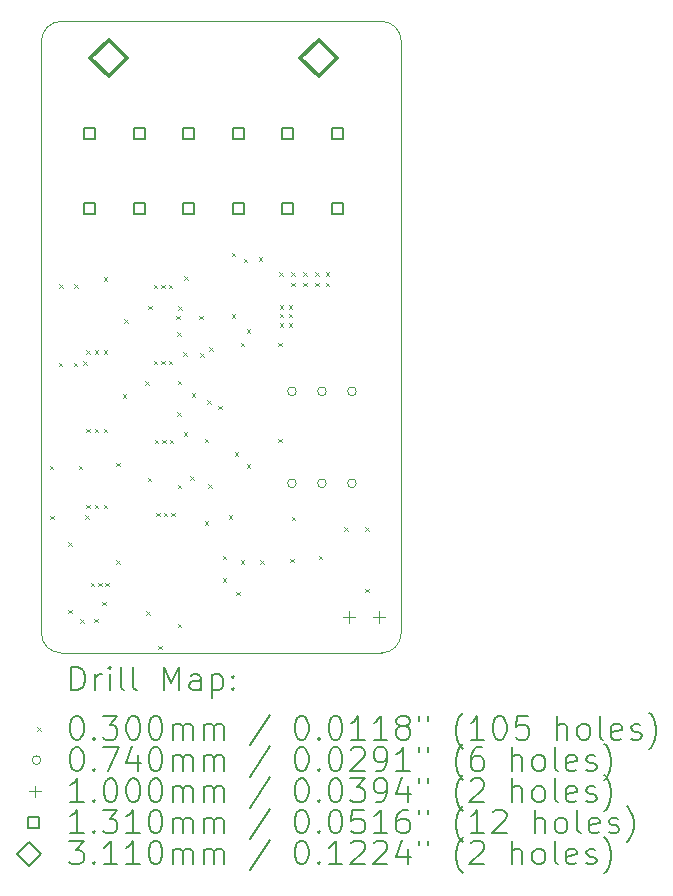
<source format=gbr>
%TF.GenerationSoftware,KiCad,Pcbnew,(6.0.8)*%
%TF.CreationDate,2023-11-13T19:04:32+01:00*%
%TF.ProjectId,BSPD-07,42535044-2d30-4372-9e6b-696361645f70,rev?*%
%TF.SameCoordinates,Original*%
%TF.FileFunction,Drillmap*%
%TF.FilePolarity,Positive*%
%FSLAX45Y45*%
G04 Gerber Fmt 4.5, Leading zero omitted, Abs format (unit mm)*
G04 Created by KiCad (PCBNEW (6.0.8)) date 2023-11-13 19:04:32*
%MOMM*%
%LPD*%
G01*
G04 APERTURE LIST*
%ADD10C,0.100000*%
%ADD11C,0.200000*%
%ADD12C,0.030000*%
%ADD13C,0.074000*%
%ADD14C,0.131000*%
%ADD15C,0.311000*%
G04 APERTURE END LIST*
D10*
X15102743Y-8238492D02*
G75*
G03*
X14935200Y-8403590I-3J-167558D01*
G01*
X17980380Y-8403590D02*
G75*
G03*
X17815280Y-8238490I-165100J0D01*
G01*
X17815280Y-8238490D02*
X15102743Y-8238490D01*
X17815280Y-13585190D02*
G75*
G03*
X17980380Y-13420090I0J165100D01*
G01*
X14935202Y-13420090D02*
G75*
G03*
X15102743Y-13585190I165118J0D01*
G01*
X15102743Y-13585190D02*
X17815280Y-13585190D01*
X14935200Y-8403590D02*
X14935200Y-13420090D01*
X17980380Y-8403590D02*
X17980380Y-13420090D01*
D11*
D12*
X15006560Y-11999200D02*
X15036560Y-12029200D01*
X15036560Y-11999200D02*
X15006560Y-12029200D01*
X15009100Y-12425920D02*
X15039100Y-12455920D01*
X15039100Y-12425920D02*
X15009100Y-12455920D01*
X15082760Y-11130520D02*
X15112760Y-11160520D01*
X15112760Y-11130520D02*
X15082760Y-11160520D01*
X15085300Y-10465040D02*
X15115300Y-10495040D01*
X15115300Y-10465040D02*
X15085300Y-10495040D01*
X15161500Y-12646900D02*
X15191500Y-12676900D01*
X15191500Y-12646900D02*
X15161500Y-12676900D01*
X15161500Y-13218400D02*
X15191500Y-13248400D01*
X15191500Y-13218400D02*
X15161500Y-13248400D01*
X15209760Y-11130520D02*
X15239760Y-11160520D01*
X15239760Y-11130520D02*
X15209760Y-11160520D01*
X15214840Y-10465040D02*
X15244840Y-10495040D01*
X15244840Y-10465040D02*
X15214840Y-10495040D01*
X15250400Y-11999200D02*
X15280400Y-12029200D01*
X15280400Y-11999200D02*
X15250400Y-12029200D01*
X15265640Y-13299680D02*
X15295640Y-13329680D01*
X15295640Y-13299680D02*
X15265640Y-13329680D01*
X15288145Y-11114775D02*
X15318145Y-11144775D01*
X15318145Y-11114775D02*
X15288145Y-11144775D01*
X15306280Y-12420840D02*
X15336280Y-12450840D01*
X15336280Y-12420840D02*
X15306280Y-12450840D01*
X15313620Y-11023840D02*
X15343620Y-11053840D01*
X15343620Y-11023840D02*
X15313620Y-11053840D01*
X15315760Y-11686580D02*
X15345760Y-11716580D01*
X15345760Y-11686580D02*
X15315760Y-11716580D01*
X15315760Y-12329400D02*
X15345760Y-12359400D01*
X15345760Y-12329400D02*
X15315760Y-12359400D01*
X15352000Y-12989800D02*
X15382000Y-13019800D01*
X15382000Y-12989800D02*
X15352000Y-13019800D01*
X15382938Y-13296795D02*
X15412938Y-13326795D01*
X15412938Y-13296795D02*
X15382938Y-13326795D01*
X15386880Y-11686580D02*
X15416880Y-11716580D01*
X15416880Y-11686580D02*
X15386880Y-11716580D01*
X15386880Y-12329400D02*
X15416880Y-12359400D01*
X15416880Y-12329400D02*
X15386880Y-12359400D01*
X15387280Y-11023840D02*
X15417280Y-11053840D01*
X15417280Y-11023840D02*
X15387280Y-11053840D01*
X15415500Y-12989800D02*
X15445500Y-13019800D01*
X15445500Y-12989800D02*
X15415500Y-13019800D01*
X15448520Y-13152360D02*
X15478520Y-13182360D01*
X15478520Y-13152360D02*
X15448520Y-13182360D01*
X15463080Y-11686580D02*
X15493080Y-11716580D01*
X15493080Y-11686580D02*
X15463080Y-11716580D01*
X15463080Y-12329400D02*
X15493080Y-12359400D01*
X15493080Y-12329400D02*
X15463080Y-12359400D01*
X15463480Y-11023840D02*
X15493480Y-11053840D01*
X15493480Y-11023840D02*
X15463480Y-11053840D01*
X15463760Y-10404080D02*
X15493760Y-10434080D01*
X15493760Y-10404080D02*
X15463760Y-10434080D01*
X15476460Y-12989800D02*
X15506460Y-13019800D01*
X15506460Y-12989800D02*
X15476460Y-13019800D01*
X15567900Y-11973800D02*
X15597900Y-12003800D01*
X15597900Y-11973800D02*
X15567900Y-12003800D01*
X15567900Y-12799300D02*
X15597900Y-12829300D01*
X15597900Y-12799300D02*
X15567900Y-12829300D01*
X15623790Y-11395437D02*
X15653790Y-11425437D01*
X15653790Y-11395437D02*
X15623790Y-11425437D01*
X15637750Y-10760950D02*
X15667750Y-10790950D01*
X15667750Y-10760950D02*
X15637750Y-10790950D01*
X15811740Y-11285460D02*
X15841740Y-11315460D01*
X15841740Y-11285460D02*
X15811740Y-11315460D01*
X15821900Y-13231100D02*
X15851900Y-13261100D01*
X15851900Y-13231100D02*
X15821900Y-13261100D01*
X15834600Y-12100800D02*
X15864600Y-12130800D01*
X15864600Y-12100800D02*
X15834600Y-12130800D01*
X15839680Y-10645380D02*
X15869680Y-10675380D01*
X15869680Y-10645380D02*
X15839680Y-10675380D01*
X15885000Y-11112540D02*
X15915000Y-11142540D01*
X15915000Y-11112540D02*
X15885000Y-11142540D01*
X15885400Y-10467580D02*
X15915400Y-10497580D01*
X15915400Y-10467580D02*
X15885400Y-10497580D01*
X15895774Y-11781823D02*
X15925774Y-11811823D01*
X15925774Y-11781823D02*
X15895774Y-11811823D01*
X15907980Y-12398800D02*
X15937980Y-12428800D01*
X15937980Y-12398800D02*
X15907980Y-12428800D01*
X15926040Y-13523200D02*
X15956040Y-13553200D01*
X15956040Y-13523200D02*
X15926040Y-13553200D01*
X15948500Y-11112540D02*
X15978500Y-11142540D01*
X15978500Y-11112540D02*
X15948500Y-11142540D01*
X15948900Y-10467580D02*
X15978900Y-10497580D01*
X15978900Y-10467580D02*
X15948900Y-10497580D01*
X15959274Y-11781823D02*
X15989274Y-11811823D01*
X15989274Y-11781823D02*
X15959274Y-11811823D01*
X15971480Y-12398800D02*
X16001480Y-12428800D01*
X16001480Y-12398800D02*
X15971480Y-12428800D01*
X16012000Y-11112540D02*
X16042000Y-11142540D01*
X16042000Y-11112540D02*
X16012000Y-11142540D01*
X16012400Y-10467580D02*
X16042400Y-10497580D01*
X16042400Y-10467580D02*
X16012400Y-10497580D01*
X16022774Y-11781823D02*
X16052774Y-11811823D01*
X16052774Y-11781823D02*
X16022774Y-11811823D01*
X16034980Y-12398800D02*
X16064980Y-12428800D01*
X16064980Y-12398800D02*
X16034980Y-12428800D01*
X16075900Y-10732390D02*
X16105900Y-10762390D01*
X16105900Y-10732390D02*
X16075900Y-10762390D01*
X16082721Y-10870831D02*
X16112721Y-10900831D01*
X16112721Y-10870831D02*
X16082721Y-10900831D01*
X16086060Y-11547080D02*
X16116060Y-11577080D01*
X16116060Y-11547080D02*
X16086060Y-11577080D01*
X16088600Y-12161760D02*
X16118600Y-12191760D01*
X16118600Y-12161760D02*
X16088600Y-12191760D01*
X16088600Y-13340320D02*
X16118600Y-13370320D01*
X16118600Y-13340320D02*
X16088600Y-13370320D01*
X16090526Y-11279117D02*
X16120526Y-11309117D01*
X16120526Y-11279117D02*
X16090526Y-11309117D01*
X16093030Y-10650460D02*
X16123030Y-10680460D01*
X16123030Y-10650460D02*
X16093030Y-10680460D01*
X16136180Y-11038880D02*
X16166180Y-11068880D01*
X16166180Y-11038880D02*
X16136180Y-11068880D01*
X16139400Y-11717260D02*
X16169400Y-11747260D01*
X16169400Y-11717260D02*
X16139400Y-11747260D01*
X16144200Y-10396460D02*
X16174200Y-10426460D01*
X16174200Y-10396460D02*
X16144200Y-10426460D01*
X16196476Y-12087524D02*
X16226476Y-12117524D01*
X16226476Y-12087524D02*
X16196476Y-12117524D01*
X16207980Y-11386848D02*
X16237980Y-11416848D01*
X16237980Y-11386848D02*
X16207980Y-11416848D01*
X16271480Y-10729200D02*
X16301480Y-10759200D01*
X16301480Y-10729200D02*
X16271480Y-10759200D01*
X16279100Y-11046700D02*
X16309100Y-11076700D01*
X16309100Y-11046700D02*
X16279100Y-11076700D01*
X16317200Y-11770600D02*
X16347200Y-11800600D01*
X16347200Y-11770600D02*
X16317200Y-11800600D01*
X16317200Y-12469100D02*
X16347200Y-12499100D01*
X16347200Y-12469100D02*
X16317200Y-12499100D01*
X16337520Y-11448020D02*
X16367520Y-11478020D01*
X16367520Y-11448020D02*
X16337520Y-11478020D01*
X16347680Y-12156680D02*
X16377680Y-12186680D01*
X16377680Y-12156680D02*
X16347680Y-12186680D01*
X16355300Y-10995900D02*
X16385300Y-11025900D01*
X16385300Y-10995900D02*
X16355300Y-11025900D01*
X16431500Y-11491200D02*
X16461500Y-11521200D01*
X16461500Y-11491200D02*
X16431500Y-11521200D01*
X16469600Y-12761200D02*
X16499600Y-12791200D01*
X16499600Y-12761200D02*
X16469600Y-12791200D01*
X16469600Y-12951700D02*
X16499600Y-12981700D01*
X16499600Y-12951700D02*
X16469600Y-12981700D01*
X16519550Y-12418300D02*
X16549550Y-12448300D01*
X16549550Y-12418300D02*
X16519550Y-12448300D01*
X16545800Y-10195800D02*
X16575800Y-10225800D01*
X16575800Y-10195800D02*
X16545800Y-10225800D01*
X16547450Y-10716500D02*
X16577450Y-10746500D01*
X16577450Y-10716500D02*
X16547450Y-10746500D01*
X16571200Y-11884900D02*
X16601200Y-11914900D01*
X16601200Y-11884900D02*
X16571200Y-11914900D01*
X16583900Y-13066000D02*
X16613900Y-13096000D01*
X16613900Y-13066000D02*
X16583900Y-13096000D01*
X16622000Y-10958650D02*
X16652000Y-10988650D01*
X16652000Y-10958650D02*
X16622000Y-10988650D01*
X16622000Y-12799300D02*
X16652000Y-12829300D01*
X16652000Y-12799300D02*
X16622000Y-12829300D01*
X16647400Y-10246600D02*
X16677400Y-10276600D01*
X16677400Y-10246600D02*
X16647400Y-10276600D01*
X16672800Y-10843500D02*
X16702800Y-10873500D01*
X16702800Y-10843500D02*
X16672800Y-10873500D01*
X16673650Y-11986500D02*
X16703650Y-12016500D01*
X16703650Y-11986500D02*
X16673650Y-12016500D01*
X16774400Y-10233900D02*
X16804400Y-10263900D01*
X16804400Y-10233900D02*
X16774400Y-10263900D01*
X16787100Y-12799300D02*
X16817100Y-12829300D01*
X16817100Y-12799300D02*
X16787100Y-12829300D01*
X16939500Y-10957800D02*
X16969500Y-10987800D01*
X16969500Y-10957800D02*
X16939500Y-10987800D01*
X16939500Y-11770600D02*
X16969500Y-11800600D01*
X16969500Y-11770600D02*
X16939500Y-11800600D01*
X16949380Y-10363440D02*
X16979380Y-10393440D01*
X16979380Y-10363440D02*
X16949380Y-10393440D01*
X16952200Y-10640300D02*
X16982200Y-10670300D01*
X16982200Y-10640300D02*
X16952200Y-10670300D01*
X16952200Y-10713960D02*
X16982200Y-10743960D01*
X16982200Y-10713960D02*
X16952200Y-10743960D01*
X16952200Y-10792700D02*
X16982200Y-10822700D01*
X16982200Y-10792700D02*
X16952200Y-10822700D01*
X17028400Y-10640300D02*
X17058400Y-10670300D01*
X17058400Y-10640300D02*
X17028400Y-10670300D01*
X17028400Y-10713960D02*
X17058400Y-10743960D01*
X17058400Y-10713960D02*
X17028400Y-10743960D01*
X17028400Y-10792700D02*
X17058400Y-10822700D01*
X17058400Y-10792700D02*
X17028400Y-10822700D01*
X17041100Y-12786600D02*
X17071100Y-12816600D01*
X17071100Y-12786600D02*
X17041100Y-12816600D01*
X17050980Y-10363440D02*
X17080980Y-10393440D01*
X17080980Y-10363440D02*
X17050980Y-10393440D01*
X17050980Y-10452340D02*
X17080980Y-10482340D01*
X17080980Y-10452340D02*
X17050980Y-10482340D01*
X17053800Y-12431000D02*
X17083800Y-12461000D01*
X17083800Y-12431000D02*
X17053800Y-12461000D01*
X17152580Y-10363440D02*
X17182580Y-10393440D01*
X17182580Y-10363440D02*
X17152580Y-10393440D01*
X17152580Y-10452340D02*
X17182580Y-10482340D01*
X17182580Y-10452340D02*
X17152580Y-10482340D01*
X17254180Y-10363440D02*
X17284180Y-10393440D01*
X17284180Y-10363440D02*
X17254180Y-10393440D01*
X17254180Y-10452340D02*
X17284180Y-10482340D01*
X17284180Y-10452340D02*
X17254180Y-10482340D01*
X17282400Y-12761200D02*
X17312400Y-12791200D01*
X17312400Y-12761200D02*
X17282400Y-12791200D01*
X17343080Y-10363440D02*
X17373080Y-10393440D01*
X17373080Y-10363440D02*
X17343080Y-10393440D01*
X17343080Y-10452340D02*
X17373080Y-10482340D01*
X17373080Y-10452340D02*
X17343080Y-10482340D01*
X17498300Y-12519900D02*
X17528300Y-12549900D01*
X17528300Y-12519900D02*
X17498300Y-12549900D01*
X17676100Y-12519900D02*
X17706100Y-12549900D01*
X17706100Y-12519900D02*
X17676100Y-12549900D01*
X17676100Y-13040600D02*
X17706100Y-13070600D01*
X17706100Y-13040600D02*
X17676100Y-13070600D01*
D13*
X17093100Y-11371580D02*
G75*
G03*
X17093100Y-11371580I-37000J0D01*
G01*
X17093100Y-12150050D02*
G75*
G03*
X17093100Y-12150050I-37000J0D01*
G01*
X17347100Y-11371580D02*
G75*
G03*
X17347100Y-11371580I-37000J0D01*
G01*
X17347100Y-12150050D02*
G75*
G03*
X17347100Y-12150050I-37000J0D01*
G01*
X17601100Y-11371580D02*
G75*
G03*
X17601100Y-11371580I-37000J0D01*
G01*
X17601100Y-12150050D02*
G75*
G03*
X17601100Y-12150050I-37000J0D01*
G01*
D10*
X17538200Y-13234200D02*
X17538200Y-13334200D01*
X17488200Y-13284200D02*
X17588200Y-13284200D01*
X17792200Y-13234200D02*
X17792200Y-13334200D01*
X17742200Y-13284200D02*
X17842200Y-13284200D01*
D14*
X15391696Y-9230956D02*
X15391696Y-9138324D01*
X15299064Y-9138324D01*
X15299064Y-9230956D01*
X15391696Y-9230956D01*
X15391696Y-9865956D02*
X15391696Y-9773324D01*
X15299064Y-9773324D01*
X15299064Y-9865956D01*
X15391696Y-9865956D01*
X15810696Y-9230956D02*
X15810696Y-9138324D01*
X15718064Y-9138324D01*
X15718064Y-9230956D01*
X15810696Y-9230956D01*
X15810696Y-9865956D02*
X15810696Y-9773324D01*
X15718064Y-9773324D01*
X15718064Y-9865956D01*
X15810696Y-9865956D01*
X16229696Y-9230956D02*
X16229696Y-9138324D01*
X16137064Y-9138324D01*
X16137064Y-9230956D01*
X16229696Y-9230956D01*
X16229696Y-9865956D02*
X16229696Y-9773324D01*
X16137064Y-9773324D01*
X16137064Y-9865956D01*
X16229696Y-9865956D01*
X16648696Y-9230956D02*
X16648696Y-9138324D01*
X16556064Y-9138324D01*
X16556064Y-9230956D01*
X16648696Y-9230956D01*
X16648696Y-9865956D02*
X16648696Y-9773324D01*
X16556064Y-9773324D01*
X16556064Y-9865956D01*
X16648696Y-9865956D01*
X17067696Y-9230956D02*
X17067696Y-9138324D01*
X16975064Y-9138324D01*
X16975064Y-9230956D01*
X17067696Y-9230956D01*
X17067696Y-9865956D02*
X17067696Y-9773324D01*
X16975064Y-9773324D01*
X16975064Y-9865956D01*
X17067696Y-9865956D01*
X17486696Y-9230956D02*
X17486696Y-9138324D01*
X17394064Y-9138324D01*
X17394064Y-9230956D01*
X17486696Y-9230956D01*
X17486696Y-9865956D02*
X17486696Y-9773324D01*
X17394064Y-9773324D01*
X17394064Y-9865956D01*
X17486696Y-9865956D01*
D15*
X15503380Y-8705140D02*
X15658880Y-8549640D01*
X15503380Y-8394140D01*
X15347880Y-8549640D01*
X15503380Y-8705140D01*
X17281380Y-8705140D02*
X17436880Y-8549640D01*
X17281380Y-8394140D01*
X17125880Y-8549640D01*
X17281380Y-8705140D01*
D11*
X15187819Y-13900684D02*
X15187819Y-13700684D01*
X15235438Y-13700684D01*
X15264009Y-13710208D01*
X15283057Y-13729255D01*
X15292581Y-13748303D01*
X15302105Y-13786398D01*
X15302105Y-13814970D01*
X15292581Y-13853065D01*
X15283057Y-13872112D01*
X15264009Y-13891160D01*
X15235438Y-13900684D01*
X15187819Y-13900684D01*
X15387819Y-13900684D02*
X15387819Y-13767351D01*
X15387819Y-13805446D02*
X15397343Y-13786398D01*
X15406867Y-13776874D01*
X15425914Y-13767351D01*
X15444962Y-13767351D01*
X15511628Y-13900684D02*
X15511628Y-13767351D01*
X15511628Y-13700684D02*
X15502105Y-13710208D01*
X15511628Y-13719732D01*
X15521152Y-13710208D01*
X15511628Y-13700684D01*
X15511628Y-13719732D01*
X15635438Y-13900684D02*
X15616390Y-13891160D01*
X15606867Y-13872112D01*
X15606867Y-13700684D01*
X15740200Y-13900684D02*
X15721152Y-13891160D01*
X15711628Y-13872112D01*
X15711628Y-13700684D01*
X15968771Y-13900684D02*
X15968771Y-13700684D01*
X16035438Y-13843541D01*
X16102105Y-13700684D01*
X16102105Y-13900684D01*
X16283057Y-13900684D02*
X16283057Y-13795922D01*
X16273533Y-13776874D01*
X16254486Y-13767351D01*
X16216390Y-13767351D01*
X16197343Y-13776874D01*
X16283057Y-13891160D02*
X16264009Y-13900684D01*
X16216390Y-13900684D01*
X16197343Y-13891160D01*
X16187819Y-13872112D01*
X16187819Y-13853065D01*
X16197343Y-13834017D01*
X16216390Y-13824493D01*
X16264009Y-13824493D01*
X16283057Y-13814970D01*
X16378295Y-13767351D02*
X16378295Y-13967351D01*
X16378295Y-13776874D02*
X16397343Y-13767351D01*
X16435438Y-13767351D01*
X16454486Y-13776874D01*
X16464009Y-13786398D01*
X16473533Y-13805446D01*
X16473533Y-13862589D01*
X16464009Y-13881636D01*
X16454486Y-13891160D01*
X16435438Y-13900684D01*
X16397343Y-13900684D01*
X16378295Y-13891160D01*
X16559248Y-13881636D02*
X16568771Y-13891160D01*
X16559248Y-13900684D01*
X16549724Y-13891160D01*
X16559248Y-13881636D01*
X16559248Y-13900684D01*
X16559248Y-13776874D02*
X16568771Y-13786398D01*
X16559248Y-13795922D01*
X16549724Y-13786398D01*
X16559248Y-13776874D01*
X16559248Y-13795922D01*
D12*
X14900200Y-14215208D02*
X14930200Y-14245208D01*
X14930200Y-14215208D02*
X14900200Y-14245208D01*
D11*
X15225914Y-14120684D02*
X15244962Y-14120684D01*
X15264009Y-14130208D01*
X15273533Y-14139732D01*
X15283057Y-14158779D01*
X15292581Y-14196874D01*
X15292581Y-14244493D01*
X15283057Y-14282589D01*
X15273533Y-14301636D01*
X15264009Y-14311160D01*
X15244962Y-14320684D01*
X15225914Y-14320684D01*
X15206867Y-14311160D01*
X15197343Y-14301636D01*
X15187819Y-14282589D01*
X15178295Y-14244493D01*
X15178295Y-14196874D01*
X15187819Y-14158779D01*
X15197343Y-14139732D01*
X15206867Y-14130208D01*
X15225914Y-14120684D01*
X15378295Y-14301636D02*
X15387819Y-14311160D01*
X15378295Y-14320684D01*
X15368771Y-14311160D01*
X15378295Y-14301636D01*
X15378295Y-14320684D01*
X15454486Y-14120684D02*
X15578295Y-14120684D01*
X15511628Y-14196874D01*
X15540200Y-14196874D01*
X15559248Y-14206398D01*
X15568771Y-14215922D01*
X15578295Y-14234970D01*
X15578295Y-14282589D01*
X15568771Y-14301636D01*
X15559248Y-14311160D01*
X15540200Y-14320684D01*
X15483057Y-14320684D01*
X15464009Y-14311160D01*
X15454486Y-14301636D01*
X15702105Y-14120684D02*
X15721152Y-14120684D01*
X15740200Y-14130208D01*
X15749724Y-14139732D01*
X15759248Y-14158779D01*
X15768771Y-14196874D01*
X15768771Y-14244493D01*
X15759248Y-14282589D01*
X15749724Y-14301636D01*
X15740200Y-14311160D01*
X15721152Y-14320684D01*
X15702105Y-14320684D01*
X15683057Y-14311160D01*
X15673533Y-14301636D01*
X15664009Y-14282589D01*
X15654486Y-14244493D01*
X15654486Y-14196874D01*
X15664009Y-14158779D01*
X15673533Y-14139732D01*
X15683057Y-14130208D01*
X15702105Y-14120684D01*
X15892581Y-14120684D02*
X15911628Y-14120684D01*
X15930676Y-14130208D01*
X15940200Y-14139732D01*
X15949724Y-14158779D01*
X15959248Y-14196874D01*
X15959248Y-14244493D01*
X15949724Y-14282589D01*
X15940200Y-14301636D01*
X15930676Y-14311160D01*
X15911628Y-14320684D01*
X15892581Y-14320684D01*
X15873533Y-14311160D01*
X15864009Y-14301636D01*
X15854486Y-14282589D01*
X15844962Y-14244493D01*
X15844962Y-14196874D01*
X15854486Y-14158779D01*
X15864009Y-14139732D01*
X15873533Y-14130208D01*
X15892581Y-14120684D01*
X16044962Y-14320684D02*
X16044962Y-14187351D01*
X16044962Y-14206398D02*
X16054486Y-14196874D01*
X16073533Y-14187351D01*
X16102105Y-14187351D01*
X16121152Y-14196874D01*
X16130676Y-14215922D01*
X16130676Y-14320684D01*
X16130676Y-14215922D02*
X16140200Y-14196874D01*
X16159248Y-14187351D01*
X16187819Y-14187351D01*
X16206867Y-14196874D01*
X16216390Y-14215922D01*
X16216390Y-14320684D01*
X16311628Y-14320684D02*
X16311628Y-14187351D01*
X16311628Y-14206398D02*
X16321152Y-14196874D01*
X16340200Y-14187351D01*
X16368771Y-14187351D01*
X16387819Y-14196874D01*
X16397343Y-14215922D01*
X16397343Y-14320684D01*
X16397343Y-14215922D02*
X16406867Y-14196874D01*
X16425914Y-14187351D01*
X16454486Y-14187351D01*
X16473533Y-14196874D01*
X16483057Y-14215922D01*
X16483057Y-14320684D01*
X16873533Y-14111160D02*
X16702105Y-14368303D01*
X17130676Y-14120684D02*
X17149724Y-14120684D01*
X17168771Y-14130208D01*
X17178295Y-14139732D01*
X17187819Y-14158779D01*
X17197343Y-14196874D01*
X17197343Y-14244493D01*
X17187819Y-14282589D01*
X17178295Y-14301636D01*
X17168771Y-14311160D01*
X17149724Y-14320684D01*
X17130676Y-14320684D01*
X17111629Y-14311160D01*
X17102105Y-14301636D01*
X17092581Y-14282589D01*
X17083057Y-14244493D01*
X17083057Y-14196874D01*
X17092581Y-14158779D01*
X17102105Y-14139732D01*
X17111629Y-14130208D01*
X17130676Y-14120684D01*
X17283057Y-14301636D02*
X17292581Y-14311160D01*
X17283057Y-14320684D01*
X17273533Y-14311160D01*
X17283057Y-14301636D01*
X17283057Y-14320684D01*
X17416390Y-14120684D02*
X17435438Y-14120684D01*
X17454486Y-14130208D01*
X17464010Y-14139732D01*
X17473533Y-14158779D01*
X17483057Y-14196874D01*
X17483057Y-14244493D01*
X17473533Y-14282589D01*
X17464010Y-14301636D01*
X17454486Y-14311160D01*
X17435438Y-14320684D01*
X17416390Y-14320684D01*
X17397343Y-14311160D01*
X17387819Y-14301636D01*
X17378295Y-14282589D01*
X17368771Y-14244493D01*
X17368771Y-14196874D01*
X17378295Y-14158779D01*
X17387819Y-14139732D01*
X17397343Y-14130208D01*
X17416390Y-14120684D01*
X17673533Y-14320684D02*
X17559248Y-14320684D01*
X17616390Y-14320684D02*
X17616390Y-14120684D01*
X17597343Y-14149255D01*
X17578295Y-14168303D01*
X17559248Y-14177827D01*
X17864010Y-14320684D02*
X17749724Y-14320684D01*
X17806867Y-14320684D02*
X17806867Y-14120684D01*
X17787819Y-14149255D01*
X17768771Y-14168303D01*
X17749724Y-14177827D01*
X17978295Y-14206398D02*
X17959248Y-14196874D01*
X17949724Y-14187351D01*
X17940200Y-14168303D01*
X17940200Y-14158779D01*
X17949724Y-14139732D01*
X17959248Y-14130208D01*
X17978295Y-14120684D01*
X18016390Y-14120684D01*
X18035438Y-14130208D01*
X18044962Y-14139732D01*
X18054486Y-14158779D01*
X18054486Y-14168303D01*
X18044962Y-14187351D01*
X18035438Y-14196874D01*
X18016390Y-14206398D01*
X17978295Y-14206398D01*
X17959248Y-14215922D01*
X17949724Y-14225446D01*
X17940200Y-14244493D01*
X17940200Y-14282589D01*
X17949724Y-14301636D01*
X17959248Y-14311160D01*
X17978295Y-14320684D01*
X18016390Y-14320684D01*
X18035438Y-14311160D01*
X18044962Y-14301636D01*
X18054486Y-14282589D01*
X18054486Y-14244493D01*
X18044962Y-14225446D01*
X18035438Y-14215922D01*
X18016390Y-14206398D01*
X18130676Y-14120684D02*
X18130676Y-14158779D01*
X18206867Y-14120684D02*
X18206867Y-14158779D01*
X18502105Y-14396874D02*
X18492581Y-14387351D01*
X18473533Y-14358779D01*
X18464010Y-14339732D01*
X18454486Y-14311160D01*
X18444962Y-14263541D01*
X18444962Y-14225446D01*
X18454486Y-14177827D01*
X18464010Y-14149255D01*
X18473533Y-14130208D01*
X18492581Y-14101636D01*
X18502105Y-14092112D01*
X18683057Y-14320684D02*
X18568771Y-14320684D01*
X18625914Y-14320684D02*
X18625914Y-14120684D01*
X18606867Y-14149255D01*
X18587819Y-14168303D01*
X18568771Y-14177827D01*
X18806867Y-14120684D02*
X18825914Y-14120684D01*
X18844962Y-14130208D01*
X18854486Y-14139732D01*
X18864010Y-14158779D01*
X18873533Y-14196874D01*
X18873533Y-14244493D01*
X18864010Y-14282589D01*
X18854486Y-14301636D01*
X18844962Y-14311160D01*
X18825914Y-14320684D01*
X18806867Y-14320684D01*
X18787819Y-14311160D01*
X18778295Y-14301636D01*
X18768771Y-14282589D01*
X18759248Y-14244493D01*
X18759248Y-14196874D01*
X18768771Y-14158779D01*
X18778295Y-14139732D01*
X18787819Y-14130208D01*
X18806867Y-14120684D01*
X19054486Y-14120684D02*
X18959248Y-14120684D01*
X18949724Y-14215922D01*
X18959248Y-14206398D01*
X18978295Y-14196874D01*
X19025914Y-14196874D01*
X19044962Y-14206398D01*
X19054486Y-14215922D01*
X19064010Y-14234970D01*
X19064010Y-14282589D01*
X19054486Y-14301636D01*
X19044962Y-14311160D01*
X19025914Y-14320684D01*
X18978295Y-14320684D01*
X18959248Y-14311160D01*
X18949724Y-14301636D01*
X19302105Y-14320684D02*
X19302105Y-14120684D01*
X19387819Y-14320684D02*
X19387819Y-14215922D01*
X19378295Y-14196874D01*
X19359248Y-14187351D01*
X19330676Y-14187351D01*
X19311629Y-14196874D01*
X19302105Y-14206398D01*
X19511629Y-14320684D02*
X19492581Y-14311160D01*
X19483057Y-14301636D01*
X19473533Y-14282589D01*
X19473533Y-14225446D01*
X19483057Y-14206398D01*
X19492581Y-14196874D01*
X19511629Y-14187351D01*
X19540200Y-14187351D01*
X19559248Y-14196874D01*
X19568771Y-14206398D01*
X19578295Y-14225446D01*
X19578295Y-14282589D01*
X19568771Y-14301636D01*
X19559248Y-14311160D01*
X19540200Y-14320684D01*
X19511629Y-14320684D01*
X19692581Y-14320684D02*
X19673533Y-14311160D01*
X19664010Y-14292112D01*
X19664010Y-14120684D01*
X19844962Y-14311160D02*
X19825914Y-14320684D01*
X19787819Y-14320684D01*
X19768771Y-14311160D01*
X19759248Y-14292112D01*
X19759248Y-14215922D01*
X19768771Y-14196874D01*
X19787819Y-14187351D01*
X19825914Y-14187351D01*
X19844962Y-14196874D01*
X19854486Y-14215922D01*
X19854486Y-14234970D01*
X19759248Y-14254017D01*
X19930676Y-14311160D02*
X19949724Y-14320684D01*
X19987819Y-14320684D01*
X20006867Y-14311160D01*
X20016390Y-14292112D01*
X20016390Y-14282589D01*
X20006867Y-14263541D01*
X19987819Y-14254017D01*
X19959248Y-14254017D01*
X19940200Y-14244493D01*
X19930676Y-14225446D01*
X19930676Y-14215922D01*
X19940200Y-14196874D01*
X19959248Y-14187351D01*
X19987819Y-14187351D01*
X20006867Y-14196874D01*
X20083057Y-14396874D02*
X20092581Y-14387351D01*
X20111629Y-14358779D01*
X20121152Y-14339732D01*
X20130676Y-14311160D01*
X20140200Y-14263541D01*
X20140200Y-14225446D01*
X20130676Y-14177827D01*
X20121152Y-14149255D01*
X20111629Y-14130208D01*
X20092581Y-14101636D01*
X20083057Y-14092112D01*
D13*
X14930200Y-14494208D02*
G75*
G03*
X14930200Y-14494208I-37000J0D01*
G01*
D11*
X15225914Y-14384684D02*
X15244962Y-14384684D01*
X15264009Y-14394208D01*
X15273533Y-14403732D01*
X15283057Y-14422779D01*
X15292581Y-14460874D01*
X15292581Y-14508493D01*
X15283057Y-14546589D01*
X15273533Y-14565636D01*
X15264009Y-14575160D01*
X15244962Y-14584684D01*
X15225914Y-14584684D01*
X15206867Y-14575160D01*
X15197343Y-14565636D01*
X15187819Y-14546589D01*
X15178295Y-14508493D01*
X15178295Y-14460874D01*
X15187819Y-14422779D01*
X15197343Y-14403732D01*
X15206867Y-14394208D01*
X15225914Y-14384684D01*
X15378295Y-14565636D02*
X15387819Y-14575160D01*
X15378295Y-14584684D01*
X15368771Y-14575160D01*
X15378295Y-14565636D01*
X15378295Y-14584684D01*
X15454486Y-14384684D02*
X15587819Y-14384684D01*
X15502105Y-14584684D01*
X15749724Y-14451351D02*
X15749724Y-14584684D01*
X15702105Y-14375160D02*
X15654486Y-14518017D01*
X15778295Y-14518017D01*
X15892581Y-14384684D02*
X15911628Y-14384684D01*
X15930676Y-14394208D01*
X15940200Y-14403732D01*
X15949724Y-14422779D01*
X15959248Y-14460874D01*
X15959248Y-14508493D01*
X15949724Y-14546589D01*
X15940200Y-14565636D01*
X15930676Y-14575160D01*
X15911628Y-14584684D01*
X15892581Y-14584684D01*
X15873533Y-14575160D01*
X15864009Y-14565636D01*
X15854486Y-14546589D01*
X15844962Y-14508493D01*
X15844962Y-14460874D01*
X15854486Y-14422779D01*
X15864009Y-14403732D01*
X15873533Y-14394208D01*
X15892581Y-14384684D01*
X16044962Y-14584684D02*
X16044962Y-14451351D01*
X16044962Y-14470398D02*
X16054486Y-14460874D01*
X16073533Y-14451351D01*
X16102105Y-14451351D01*
X16121152Y-14460874D01*
X16130676Y-14479922D01*
X16130676Y-14584684D01*
X16130676Y-14479922D02*
X16140200Y-14460874D01*
X16159248Y-14451351D01*
X16187819Y-14451351D01*
X16206867Y-14460874D01*
X16216390Y-14479922D01*
X16216390Y-14584684D01*
X16311628Y-14584684D02*
X16311628Y-14451351D01*
X16311628Y-14470398D02*
X16321152Y-14460874D01*
X16340200Y-14451351D01*
X16368771Y-14451351D01*
X16387819Y-14460874D01*
X16397343Y-14479922D01*
X16397343Y-14584684D01*
X16397343Y-14479922D02*
X16406867Y-14460874D01*
X16425914Y-14451351D01*
X16454486Y-14451351D01*
X16473533Y-14460874D01*
X16483057Y-14479922D01*
X16483057Y-14584684D01*
X16873533Y-14375160D02*
X16702105Y-14632303D01*
X17130676Y-14384684D02*
X17149724Y-14384684D01*
X17168771Y-14394208D01*
X17178295Y-14403732D01*
X17187819Y-14422779D01*
X17197343Y-14460874D01*
X17197343Y-14508493D01*
X17187819Y-14546589D01*
X17178295Y-14565636D01*
X17168771Y-14575160D01*
X17149724Y-14584684D01*
X17130676Y-14584684D01*
X17111629Y-14575160D01*
X17102105Y-14565636D01*
X17092581Y-14546589D01*
X17083057Y-14508493D01*
X17083057Y-14460874D01*
X17092581Y-14422779D01*
X17102105Y-14403732D01*
X17111629Y-14394208D01*
X17130676Y-14384684D01*
X17283057Y-14565636D02*
X17292581Y-14575160D01*
X17283057Y-14584684D01*
X17273533Y-14575160D01*
X17283057Y-14565636D01*
X17283057Y-14584684D01*
X17416390Y-14384684D02*
X17435438Y-14384684D01*
X17454486Y-14394208D01*
X17464010Y-14403732D01*
X17473533Y-14422779D01*
X17483057Y-14460874D01*
X17483057Y-14508493D01*
X17473533Y-14546589D01*
X17464010Y-14565636D01*
X17454486Y-14575160D01*
X17435438Y-14584684D01*
X17416390Y-14584684D01*
X17397343Y-14575160D01*
X17387819Y-14565636D01*
X17378295Y-14546589D01*
X17368771Y-14508493D01*
X17368771Y-14460874D01*
X17378295Y-14422779D01*
X17387819Y-14403732D01*
X17397343Y-14394208D01*
X17416390Y-14384684D01*
X17559248Y-14403732D02*
X17568771Y-14394208D01*
X17587819Y-14384684D01*
X17635438Y-14384684D01*
X17654486Y-14394208D01*
X17664010Y-14403732D01*
X17673533Y-14422779D01*
X17673533Y-14441827D01*
X17664010Y-14470398D01*
X17549724Y-14584684D01*
X17673533Y-14584684D01*
X17768771Y-14584684D02*
X17806867Y-14584684D01*
X17825914Y-14575160D01*
X17835438Y-14565636D01*
X17854486Y-14537065D01*
X17864010Y-14498970D01*
X17864010Y-14422779D01*
X17854486Y-14403732D01*
X17844962Y-14394208D01*
X17825914Y-14384684D01*
X17787819Y-14384684D01*
X17768771Y-14394208D01*
X17759248Y-14403732D01*
X17749724Y-14422779D01*
X17749724Y-14470398D01*
X17759248Y-14489446D01*
X17768771Y-14498970D01*
X17787819Y-14508493D01*
X17825914Y-14508493D01*
X17844962Y-14498970D01*
X17854486Y-14489446D01*
X17864010Y-14470398D01*
X18054486Y-14584684D02*
X17940200Y-14584684D01*
X17997343Y-14584684D02*
X17997343Y-14384684D01*
X17978295Y-14413255D01*
X17959248Y-14432303D01*
X17940200Y-14441827D01*
X18130676Y-14384684D02*
X18130676Y-14422779D01*
X18206867Y-14384684D02*
X18206867Y-14422779D01*
X18502105Y-14660874D02*
X18492581Y-14651351D01*
X18473533Y-14622779D01*
X18464010Y-14603732D01*
X18454486Y-14575160D01*
X18444962Y-14527541D01*
X18444962Y-14489446D01*
X18454486Y-14441827D01*
X18464010Y-14413255D01*
X18473533Y-14394208D01*
X18492581Y-14365636D01*
X18502105Y-14356112D01*
X18664010Y-14384684D02*
X18625914Y-14384684D01*
X18606867Y-14394208D01*
X18597343Y-14403732D01*
X18578295Y-14432303D01*
X18568771Y-14470398D01*
X18568771Y-14546589D01*
X18578295Y-14565636D01*
X18587819Y-14575160D01*
X18606867Y-14584684D01*
X18644962Y-14584684D01*
X18664010Y-14575160D01*
X18673533Y-14565636D01*
X18683057Y-14546589D01*
X18683057Y-14498970D01*
X18673533Y-14479922D01*
X18664010Y-14470398D01*
X18644962Y-14460874D01*
X18606867Y-14460874D01*
X18587819Y-14470398D01*
X18578295Y-14479922D01*
X18568771Y-14498970D01*
X18921152Y-14584684D02*
X18921152Y-14384684D01*
X19006867Y-14584684D02*
X19006867Y-14479922D01*
X18997343Y-14460874D01*
X18978295Y-14451351D01*
X18949724Y-14451351D01*
X18930676Y-14460874D01*
X18921152Y-14470398D01*
X19130676Y-14584684D02*
X19111629Y-14575160D01*
X19102105Y-14565636D01*
X19092581Y-14546589D01*
X19092581Y-14489446D01*
X19102105Y-14470398D01*
X19111629Y-14460874D01*
X19130676Y-14451351D01*
X19159248Y-14451351D01*
X19178295Y-14460874D01*
X19187819Y-14470398D01*
X19197343Y-14489446D01*
X19197343Y-14546589D01*
X19187819Y-14565636D01*
X19178295Y-14575160D01*
X19159248Y-14584684D01*
X19130676Y-14584684D01*
X19311629Y-14584684D02*
X19292581Y-14575160D01*
X19283057Y-14556112D01*
X19283057Y-14384684D01*
X19464010Y-14575160D02*
X19444962Y-14584684D01*
X19406867Y-14584684D01*
X19387819Y-14575160D01*
X19378295Y-14556112D01*
X19378295Y-14479922D01*
X19387819Y-14460874D01*
X19406867Y-14451351D01*
X19444962Y-14451351D01*
X19464010Y-14460874D01*
X19473533Y-14479922D01*
X19473533Y-14498970D01*
X19378295Y-14518017D01*
X19549724Y-14575160D02*
X19568771Y-14584684D01*
X19606867Y-14584684D01*
X19625914Y-14575160D01*
X19635438Y-14556112D01*
X19635438Y-14546589D01*
X19625914Y-14527541D01*
X19606867Y-14518017D01*
X19578295Y-14518017D01*
X19559248Y-14508493D01*
X19549724Y-14489446D01*
X19549724Y-14479922D01*
X19559248Y-14460874D01*
X19578295Y-14451351D01*
X19606867Y-14451351D01*
X19625914Y-14460874D01*
X19702105Y-14660874D02*
X19711629Y-14651351D01*
X19730676Y-14622779D01*
X19740200Y-14603732D01*
X19749724Y-14575160D01*
X19759248Y-14527541D01*
X19759248Y-14489446D01*
X19749724Y-14441827D01*
X19740200Y-14413255D01*
X19730676Y-14394208D01*
X19711629Y-14365636D01*
X19702105Y-14356112D01*
D10*
X14880200Y-14708208D02*
X14880200Y-14808208D01*
X14830200Y-14758208D02*
X14930200Y-14758208D01*
D11*
X15292581Y-14848684D02*
X15178295Y-14848684D01*
X15235438Y-14848684D02*
X15235438Y-14648684D01*
X15216390Y-14677255D01*
X15197343Y-14696303D01*
X15178295Y-14705827D01*
X15378295Y-14829636D02*
X15387819Y-14839160D01*
X15378295Y-14848684D01*
X15368771Y-14839160D01*
X15378295Y-14829636D01*
X15378295Y-14848684D01*
X15511628Y-14648684D02*
X15530676Y-14648684D01*
X15549724Y-14658208D01*
X15559248Y-14667732D01*
X15568771Y-14686779D01*
X15578295Y-14724874D01*
X15578295Y-14772493D01*
X15568771Y-14810589D01*
X15559248Y-14829636D01*
X15549724Y-14839160D01*
X15530676Y-14848684D01*
X15511628Y-14848684D01*
X15492581Y-14839160D01*
X15483057Y-14829636D01*
X15473533Y-14810589D01*
X15464009Y-14772493D01*
X15464009Y-14724874D01*
X15473533Y-14686779D01*
X15483057Y-14667732D01*
X15492581Y-14658208D01*
X15511628Y-14648684D01*
X15702105Y-14648684D02*
X15721152Y-14648684D01*
X15740200Y-14658208D01*
X15749724Y-14667732D01*
X15759248Y-14686779D01*
X15768771Y-14724874D01*
X15768771Y-14772493D01*
X15759248Y-14810589D01*
X15749724Y-14829636D01*
X15740200Y-14839160D01*
X15721152Y-14848684D01*
X15702105Y-14848684D01*
X15683057Y-14839160D01*
X15673533Y-14829636D01*
X15664009Y-14810589D01*
X15654486Y-14772493D01*
X15654486Y-14724874D01*
X15664009Y-14686779D01*
X15673533Y-14667732D01*
X15683057Y-14658208D01*
X15702105Y-14648684D01*
X15892581Y-14648684D02*
X15911628Y-14648684D01*
X15930676Y-14658208D01*
X15940200Y-14667732D01*
X15949724Y-14686779D01*
X15959248Y-14724874D01*
X15959248Y-14772493D01*
X15949724Y-14810589D01*
X15940200Y-14829636D01*
X15930676Y-14839160D01*
X15911628Y-14848684D01*
X15892581Y-14848684D01*
X15873533Y-14839160D01*
X15864009Y-14829636D01*
X15854486Y-14810589D01*
X15844962Y-14772493D01*
X15844962Y-14724874D01*
X15854486Y-14686779D01*
X15864009Y-14667732D01*
X15873533Y-14658208D01*
X15892581Y-14648684D01*
X16044962Y-14848684D02*
X16044962Y-14715351D01*
X16044962Y-14734398D02*
X16054486Y-14724874D01*
X16073533Y-14715351D01*
X16102105Y-14715351D01*
X16121152Y-14724874D01*
X16130676Y-14743922D01*
X16130676Y-14848684D01*
X16130676Y-14743922D02*
X16140200Y-14724874D01*
X16159248Y-14715351D01*
X16187819Y-14715351D01*
X16206867Y-14724874D01*
X16216390Y-14743922D01*
X16216390Y-14848684D01*
X16311628Y-14848684D02*
X16311628Y-14715351D01*
X16311628Y-14734398D02*
X16321152Y-14724874D01*
X16340200Y-14715351D01*
X16368771Y-14715351D01*
X16387819Y-14724874D01*
X16397343Y-14743922D01*
X16397343Y-14848684D01*
X16397343Y-14743922D02*
X16406867Y-14724874D01*
X16425914Y-14715351D01*
X16454486Y-14715351D01*
X16473533Y-14724874D01*
X16483057Y-14743922D01*
X16483057Y-14848684D01*
X16873533Y-14639160D02*
X16702105Y-14896303D01*
X17130676Y-14648684D02*
X17149724Y-14648684D01*
X17168771Y-14658208D01*
X17178295Y-14667732D01*
X17187819Y-14686779D01*
X17197343Y-14724874D01*
X17197343Y-14772493D01*
X17187819Y-14810589D01*
X17178295Y-14829636D01*
X17168771Y-14839160D01*
X17149724Y-14848684D01*
X17130676Y-14848684D01*
X17111629Y-14839160D01*
X17102105Y-14829636D01*
X17092581Y-14810589D01*
X17083057Y-14772493D01*
X17083057Y-14724874D01*
X17092581Y-14686779D01*
X17102105Y-14667732D01*
X17111629Y-14658208D01*
X17130676Y-14648684D01*
X17283057Y-14829636D02*
X17292581Y-14839160D01*
X17283057Y-14848684D01*
X17273533Y-14839160D01*
X17283057Y-14829636D01*
X17283057Y-14848684D01*
X17416390Y-14648684D02*
X17435438Y-14648684D01*
X17454486Y-14658208D01*
X17464010Y-14667732D01*
X17473533Y-14686779D01*
X17483057Y-14724874D01*
X17483057Y-14772493D01*
X17473533Y-14810589D01*
X17464010Y-14829636D01*
X17454486Y-14839160D01*
X17435438Y-14848684D01*
X17416390Y-14848684D01*
X17397343Y-14839160D01*
X17387819Y-14829636D01*
X17378295Y-14810589D01*
X17368771Y-14772493D01*
X17368771Y-14724874D01*
X17378295Y-14686779D01*
X17387819Y-14667732D01*
X17397343Y-14658208D01*
X17416390Y-14648684D01*
X17549724Y-14648684D02*
X17673533Y-14648684D01*
X17606867Y-14724874D01*
X17635438Y-14724874D01*
X17654486Y-14734398D01*
X17664010Y-14743922D01*
X17673533Y-14762970D01*
X17673533Y-14810589D01*
X17664010Y-14829636D01*
X17654486Y-14839160D01*
X17635438Y-14848684D01*
X17578295Y-14848684D01*
X17559248Y-14839160D01*
X17549724Y-14829636D01*
X17768771Y-14848684D02*
X17806867Y-14848684D01*
X17825914Y-14839160D01*
X17835438Y-14829636D01*
X17854486Y-14801065D01*
X17864010Y-14762970D01*
X17864010Y-14686779D01*
X17854486Y-14667732D01*
X17844962Y-14658208D01*
X17825914Y-14648684D01*
X17787819Y-14648684D01*
X17768771Y-14658208D01*
X17759248Y-14667732D01*
X17749724Y-14686779D01*
X17749724Y-14734398D01*
X17759248Y-14753446D01*
X17768771Y-14762970D01*
X17787819Y-14772493D01*
X17825914Y-14772493D01*
X17844962Y-14762970D01*
X17854486Y-14753446D01*
X17864010Y-14734398D01*
X18035438Y-14715351D02*
X18035438Y-14848684D01*
X17987819Y-14639160D02*
X17940200Y-14782017D01*
X18064010Y-14782017D01*
X18130676Y-14648684D02*
X18130676Y-14686779D01*
X18206867Y-14648684D02*
X18206867Y-14686779D01*
X18502105Y-14924874D02*
X18492581Y-14915351D01*
X18473533Y-14886779D01*
X18464010Y-14867732D01*
X18454486Y-14839160D01*
X18444962Y-14791541D01*
X18444962Y-14753446D01*
X18454486Y-14705827D01*
X18464010Y-14677255D01*
X18473533Y-14658208D01*
X18492581Y-14629636D01*
X18502105Y-14620112D01*
X18568771Y-14667732D02*
X18578295Y-14658208D01*
X18597343Y-14648684D01*
X18644962Y-14648684D01*
X18664010Y-14658208D01*
X18673533Y-14667732D01*
X18683057Y-14686779D01*
X18683057Y-14705827D01*
X18673533Y-14734398D01*
X18559248Y-14848684D01*
X18683057Y-14848684D01*
X18921152Y-14848684D02*
X18921152Y-14648684D01*
X19006867Y-14848684D02*
X19006867Y-14743922D01*
X18997343Y-14724874D01*
X18978295Y-14715351D01*
X18949724Y-14715351D01*
X18930676Y-14724874D01*
X18921152Y-14734398D01*
X19130676Y-14848684D02*
X19111629Y-14839160D01*
X19102105Y-14829636D01*
X19092581Y-14810589D01*
X19092581Y-14753446D01*
X19102105Y-14734398D01*
X19111629Y-14724874D01*
X19130676Y-14715351D01*
X19159248Y-14715351D01*
X19178295Y-14724874D01*
X19187819Y-14734398D01*
X19197343Y-14753446D01*
X19197343Y-14810589D01*
X19187819Y-14829636D01*
X19178295Y-14839160D01*
X19159248Y-14848684D01*
X19130676Y-14848684D01*
X19311629Y-14848684D02*
X19292581Y-14839160D01*
X19283057Y-14820112D01*
X19283057Y-14648684D01*
X19464010Y-14839160D02*
X19444962Y-14848684D01*
X19406867Y-14848684D01*
X19387819Y-14839160D01*
X19378295Y-14820112D01*
X19378295Y-14743922D01*
X19387819Y-14724874D01*
X19406867Y-14715351D01*
X19444962Y-14715351D01*
X19464010Y-14724874D01*
X19473533Y-14743922D01*
X19473533Y-14762970D01*
X19378295Y-14782017D01*
X19549724Y-14839160D02*
X19568771Y-14848684D01*
X19606867Y-14848684D01*
X19625914Y-14839160D01*
X19635438Y-14820112D01*
X19635438Y-14810589D01*
X19625914Y-14791541D01*
X19606867Y-14782017D01*
X19578295Y-14782017D01*
X19559248Y-14772493D01*
X19549724Y-14753446D01*
X19549724Y-14743922D01*
X19559248Y-14724874D01*
X19578295Y-14715351D01*
X19606867Y-14715351D01*
X19625914Y-14724874D01*
X19702105Y-14924874D02*
X19711629Y-14915351D01*
X19730676Y-14886779D01*
X19740200Y-14867732D01*
X19749724Y-14839160D01*
X19759248Y-14791541D01*
X19759248Y-14753446D01*
X19749724Y-14705827D01*
X19740200Y-14677255D01*
X19730676Y-14658208D01*
X19711629Y-14629636D01*
X19702105Y-14620112D01*
D14*
X14911016Y-15068524D02*
X14911016Y-14975892D01*
X14818384Y-14975892D01*
X14818384Y-15068524D01*
X14911016Y-15068524D01*
D11*
X15292581Y-15112684D02*
X15178295Y-15112684D01*
X15235438Y-15112684D02*
X15235438Y-14912684D01*
X15216390Y-14941255D01*
X15197343Y-14960303D01*
X15178295Y-14969827D01*
X15378295Y-15093636D02*
X15387819Y-15103160D01*
X15378295Y-15112684D01*
X15368771Y-15103160D01*
X15378295Y-15093636D01*
X15378295Y-15112684D01*
X15454486Y-14912684D02*
X15578295Y-14912684D01*
X15511628Y-14988874D01*
X15540200Y-14988874D01*
X15559248Y-14998398D01*
X15568771Y-15007922D01*
X15578295Y-15026970D01*
X15578295Y-15074589D01*
X15568771Y-15093636D01*
X15559248Y-15103160D01*
X15540200Y-15112684D01*
X15483057Y-15112684D01*
X15464009Y-15103160D01*
X15454486Y-15093636D01*
X15768771Y-15112684D02*
X15654486Y-15112684D01*
X15711628Y-15112684D02*
X15711628Y-14912684D01*
X15692581Y-14941255D01*
X15673533Y-14960303D01*
X15654486Y-14969827D01*
X15892581Y-14912684D02*
X15911628Y-14912684D01*
X15930676Y-14922208D01*
X15940200Y-14931732D01*
X15949724Y-14950779D01*
X15959248Y-14988874D01*
X15959248Y-15036493D01*
X15949724Y-15074589D01*
X15940200Y-15093636D01*
X15930676Y-15103160D01*
X15911628Y-15112684D01*
X15892581Y-15112684D01*
X15873533Y-15103160D01*
X15864009Y-15093636D01*
X15854486Y-15074589D01*
X15844962Y-15036493D01*
X15844962Y-14988874D01*
X15854486Y-14950779D01*
X15864009Y-14931732D01*
X15873533Y-14922208D01*
X15892581Y-14912684D01*
X16044962Y-15112684D02*
X16044962Y-14979351D01*
X16044962Y-14998398D02*
X16054486Y-14988874D01*
X16073533Y-14979351D01*
X16102105Y-14979351D01*
X16121152Y-14988874D01*
X16130676Y-15007922D01*
X16130676Y-15112684D01*
X16130676Y-15007922D02*
X16140200Y-14988874D01*
X16159248Y-14979351D01*
X16187819Y-14979351D01*
X16206867Y-14988874D01*
X16216390Y-15007922D01*
X16216390Y-15112684D01*
X16311628Y-15112684D02*
X16311628Y-14979351D01*
X16311628Y-14998398D02*
X16321152Y-14988874D01*
X16340200Y-14979351D01*
X16368771Y-14979351D01*
X16387819Y-14988874D01*
X16397343Y-15007922D01*
X16397343Y-15112684D01*
X16397343Y-15007922D02*
X16406867Y-14988874D01*
X16425914Y-14979351D01*
X16454486Y-14979351D01*
X16473533Y-14988874D01*
X16483057Y-15007922D01*
X16483057Y-15112684D01*
X16873533Y-14903160D02*
X16702105Y-15160303D01*
X17130676Y-14912684D02*
X17149724Y-14912684D01*
X17168771Y-14922208D01*
X17178295Y-14931732D01*
X17187819Y-14950779D01*
X17197343Y-14988874D01*
X17197343Y-15036493D01*
X17187819Y-15074589D01*
X17178295Y-15093636D01*
X17168771Y-15103160D01*
X17149724Y-15112684D01*
X17130676Y-15112684D01*
X17111629Y-15103160D01*
X17102105Y-15093636D01*
X17092581Y-15074589D01*
X17083057Y-15036493D01*
X17083057Y-14988874D01*
X17092581Y-14950779D01*
X17102105Y-14931732D01*
X17111629Y-14922208D01*
X17130676Y-14912684D01*
X17283057Y-15093636D02*
X17292581Y-15103160D01*
X17283057Y-15112684D01*
X17273533Y-15103160D01*
X17283057Y-15093636D01*
X17283057Y-15112684D01*
X17416390Y-14912684D02*
X17435438Y-14912684D01*
X17454486Y-14922208D01*
X17464010Y-14931732D01*
X17473533Y-14950779D01*
X17483057Y-14988874D01*
X17483057Y-15036493D01*
X17473533Y-15074589D01*
X17464010Y-15093636D01*
X17454486Y-15103160D01*
X17435438Y-15112684D01*
X17416390Y-15112684D01*
X17397343Y-15103160D01*
X17387819Y-15093636D01*
X17378295Y-15074589D01*
X17368771Y-15036493D01*
X17368771Y-14988874D01*
X17378295Y-14950779D01*
X17387819Y-14931732D01*
X17397343Y-14922208D01*
X17416390Y-14912684D01*
X17664010Y-14912684D02*
X17568771Y-14912684D01*
X17559248Y-15007922D01*
X17568771Y-14998398D01*
X17587819Y-14988874D01*
X17635438Y-14988874D01*
X17654486Y-14998398D01*
X17664010Y-15007922D01*
X17673533Y-15026970D01*
X17673533Y-15074589D01*
X17664010Y-15093636D01*
X17654486Y-15103160D01*
X17635438Y-15112684D01*
X17587819Y-15112684D01*
X17568771Y-15103160D01*
X17559248Y-15093636D01*
X17864010Y-15112684D02*
X17749724Y-15112684D01*
X17806867Y-15112684D02*
X17806867Y-14912684D01*
X17787819Y-14941255D01*
X17768771Y-14960303D01*
X17749724Y-14969827D01*
X18035438Y-14912684D02*
X17997343Y-14912684D01*
X17978295Y-14922208D01*
X17968771Y-14931732D01*
X17949724Y-14960303D01*
X17940200Y-14998398D01*
X17940200Y-15074589D01*
X17949724Y-15093636D01*
X17959248Y-15103160D01*
X17978295Y-15112684D01*
X18016390Y-15112684D01*
X18035438Y-15103160D01*
X18044962Y-15093636D01*
X18054486Y-15074589D01*
X18054486Y-15026970D01*
X18044962Y-15007922D01*
X18035438Y-14998398D01*
X18016390Y-14988874D01*
X17978295Y-14988874D01*
X17959248Y-14998398D01*
X17949724Y-15007922D01*
X17940200Y-15026970D01*
X18130676Y-14912684D02*
X18130676Y-14950779D01*
X18206867Y-14912684D02*
X18206867Y-14950779D01*
X18502105Y-15188874D02*
X18492581Y-15179351D01*
X18473533Y-15150779D01*
X18464010Y-15131732D01*
X18454486Y-15103160D01*
X18444962Y-15055541D01*
X18444962Y-15017446D01*
X18454486Y-14969827D01*
X18464010Y-14941255D01*
X18473533Y-14922208D01*
X18492581Y-14893636D01*
X18502105Y-14884112D01*
X18683057Y-15112684D02*
X18568771Y-15112684D01*
X18625914Y-15112684D02*
X18625914Y-14912684D01*
X18606867Y-14941255D01*
X18587819Y-14960303D01*
X18568771Y-14969827D01*
X18759248Y-14931732D02*
X18768771Y-14922208D01*
X18787819Y-14912684D01*
X18835438Y-14912684D01*
X18854486Y-14922208D01*
X18864010Y-14931732D01*
X18873533Y-14950779D01*
X18873533Y-14969827D01*
X18864010Y-14998398D01*
X18749724Y-15112684D01*
X18873533Y-15112684D01*
X19111629Y-15112684D02*
X19111629Y-14912684D01*
X19197343Y-15112684D02*
X19197343Y-15007922D01*
X19187819Y-14988874D01*
X19168771Y-14979351D01*
X19140200Y-14979351D01*
X19121152Y-14988874D01*
X19111629Y-14998398D01*
X19321152Y-15112684D02*
X19302105Y-15103160D01*
X19292581Y-15093636D01*
X19283057Y-15074589D01*
X19283057Y-15017446D01*
X19292581Y-14998398D01*
X19302105Y-14988874D01*
X19321152Y-14979351D01*
X19349724Y-14979351D01*
X19368771Y-14988874D01*
X19378295Y-14998398D01*
X19387819Y-15017446D01*
X19387819Y-15074589D01*
X19378295Y-15093636D01*
X19368771Y-15103160D01*
X19349724Y-15112684D01*
X19321152Y-15112684D01*
X19502105Y-15112684D02*
X19483057Y-15103160D01*
X19473533Y-15084112D01*
X19473533Y-14912684D01*
X19654486Y-15103160D02*
X19635438Y-15112684D01*
X19597343Y-15112684D01*
X19578295Y-15103160D01*
X19568771Y-15084112D01*
X19568771Y-15007922D01*
X19578295Y-14988874D01*
X19597343Y-14979351D01*
X19635438Y-14979351D01*
X19654486Y-14988874D01*
X19664010Y-15007922D01*
X19664010Y-15026970D01*
X19568771Y-15046017D01*
X19740200Y-15103160D02*
X19759248Y-15112684D01*
X19797343Y-15112684D01*
X19816390Y-15103160D01*
X19825914Y-15084112D01*
X19825914Y-15074589D01*
X19816390Y-15055541D01*
X19797343Y-15046017D01*
X19768771Y-15046017D01*
X19749724Y-15036493D01*
X19740200Y-15017446D01*
X19740200Y-15007922D01*
X19749724Y-14988874D01*
X19768771Y-14979351D01*
X19797343Y-14979351D01*
X19816390Y-14988874D01*
X19892581Y-15188874D02*
X19902105Y-15179351D01*
X19921152Y-15150779D01*
X19930676Y-15131732D01*
X19940200Y-15103160D01*
X19949724Y-15055541D01*
X19949724Y-15017446D01*
X19940200Y-14969827D01*
X19930676Y-14941255D01*
X19921152Y-14922208D01*
X19902105Y-14893636D01*
X19892581Y-14884112D01*
X14830200Y-15386208D02*
X14930200Y-15286208D01*
X14830200Y-15186208D01*
X14730200Y-15286208D01*
X14830200Y-15386208D01*
X15168771Y-15176684D02*
X15292581Y-15176684D01*
X15225914Y-15252874D01*
X15254486Y-15252874D01*
X15273533Y-15262398D01*
X15283057Y-15271922D01*
X15292581Y-15290970D01*
X15292581Y-15338589D01*
X15283057Y-15357636D01*
X15273533Y-15367160D01*
X15254486Y-15376684D01*
X15197343Y-15376684D01*
X15178295Y-15367160D01*
X15168771Y-15357636D01*
X15378295Y-15357636D02*
X15387819Y-15367160D01*
X15378295Y-15376684D01*
X15368771Y-15367160D01*
X15378295Y-15357636D01*
X15378295Y-15376684D01*
X15578295Y-15376684D02*
X15464009Y-15376684D01*
X15521152Y-15376684D02*
X15521152Y-15176684D01*
X15502105Y-15205255D01*
X15483057Y-15224303D01*
X15464009Y-15233827D01*
X15768771Y-15376684D02*
X15654486Y-15376684D01*
X15711628Y-15376684D02*
X15711628Y-15176684D01*
X15692581Y-15205255D01*
X15673533Y-15224303D01*
X15654486Y-15233827D01*
X15892581Y-15176684D02*
X15911628Y-15176684D01*
X15930676Y-15186208D01*
X15940200Y-15195732D01*
X15949724Y-15214779D01*
X15959248Y-15252874D01*
X15959248Y-15300493D01*
X15949724Y-15338589D01*
X15940200Y-15357636D01*
X15930676Y-15367160D01*
X15911628Y-15376684D01*
X15892581Y-15376684D01*
X15873533Y-15367160D01*
X15864009Y-15357636D01*
X15854486Y-15338589D01*
X15844962Y-15300493D01*
X15844962Y-15252874D01*
X15854486Y-15214779D01*
X15864009Y-15195732D01*
X15873533Y-15186208D01*
X15892581Y-15176684D01*
X16044962Y-15376684D02*
X16044962Y-15243351D01*
X16044962Y-15262398D02*
X16054486Y-15252874D01*
X16073533Y-15243351D01*
X16102105Y-15243351D01*
X16121152Y-15252874D01*
X16130676Y-15271922D01*
X16130676Y-15376684D01*
X16130676Y-15271922D02*
X16140200Y-15252874D01*
X16159248Y-15243351D01*
X16187819Y-15243351D01*
X16206867Y-15252874D01*
X16216390Y-15271922D01*
X16216390Y-15376684D01*
X16311628Y-15376684D02*
X16311628Y-15243351D01*
X16311628Y-15262398D02*
X16321152Y-15252874D01*
X16340200Y-15243351D01*
X16368771Y-15243351D01*
X16387819Y-15252874D01*
X16397343Y-15271922D01*
X16397343Y-15376684D01*
X16397343Y-15271922D02*
X16406867Y-15252874D01*
X16425914Y-15243351D01*
X16454486Y-15243351D01*
X16473533Y-15252874D01*
X16483057Y-15271922D01*
X16483057Y-15376684D01*
X16873533Y-15167160D02*
X16702105Y-15424303D01*
X17130676Y-15176684D02*
X17149724Y-15176684D01*
X17168771Y-15186208D01*
X17178295Y-15195732D01*
X17187819Y-15214779D01*
X17197343Y-15252874D01*
X17197343Y-15300493D01*
X17187819Y-15338589D01*
X17178295Y-15357636D01*
X17168771Y-15367160D01*
X17149724Y-15376684D01*
X17130676Y-15376684D01*
X17111629Y-15367160D01*
X17102105Y-15357636D01*
X17092581Y-15338589D01*
X17083057Y-15300493D01*
X17083057Y-15252874D01*
X17092581Y-15214779D01*
X17102105Y-15195732D01*
X17111629Y-15186208D01*
X17130676Y-15176684D01*
X17283057Y-15357636D02*
X17292581Y-15367160D01*
X17283057Y-15376684D01*
X17273533Y-15367160D01*
X17283057Y-15357636D01*
X17283057Y-15376684D01*
X17483057Y-15376684D02*
X17368771Y-15376684D01*
X17425914Y-15376684D02*
X17425914Y-15176684D01*
X17406867Y-15205255D01*
X17387819Y-15224303D01*
X17368771Y-15233827D01*
X17559248Y-15195732D02*
X17568771Y-15186208D01*
X17587819Y-15176684D01*
X17635438Y-15176684D01*
X17654486Y-15186208D01*
X17664010Y-15195732D01*
X17673533Y-15214779D01*
X17673533Y-15233827D01*
X17664010Y-15262398D01*
X17549724Y-15376684D01*
X17673533Y-15376684D01*
X17749724Y-15195732D02*
X17759248Y-15186208D01*
X17778295Y-15176684D01*
X17825914Y-15176684D01*
X17844962Y-15186208D01*
X17854486Y-15195732D01*
X17864010Y-15214779D01*
X17864010Y-15233827D01*
X17854486Y-15262398D01*
X17740200Y-15376684D01*
X17864010Y-15376684D01*
X18035438Y-15243351D02*
X18035438Y-15376684D01*
X17987819Y-15167160D02*
X17940200Y-15310017D01*
X18064010Y-15310017D01*
X18130676Y-15176684D02*
X18130676Y-15214779D01*
X18206867Y-15176684D02*
X18206867Y-15214779D01*
X18502105Y-15452874D02*
X18492581Y-15443351D01*
X18473533Y-15414779D01*
X18464010Y-15395732D01*
X18454486Y-15367160D01*
X18444962Y-15319541D01*
X18444962Y-15281446D01*
X18454486Y-15233827D01*
X18464010Y-15205255D01*
X18473533Y-15186208D01*
X18492581Y-15157636D01*
X18502105Y-15148112D01*
X18568771Y-15195732D02*
X18578295Y-15186208D01*
X18597343Y-15176684D01*
X18644962Y-15176684D01*
X18664010Y-15186208D01*
X18673533Y-15195732D01*
X18683057Y-15214779D01*
X18683057Y-15233827D01*
X18673533Y-15262398D01*
X18559248Y-15376684D01*
X18683057Y-15376684D01*
X18921152Y-15376684D02*
X18921152Y-15176684D01*
X19006867Y-15376684D02*
X19006867Y-15271922D01*
X18997343Y-15252874D01*
X18978295Y-15243351D01*
X18949724Y-15243351D01*
X18930676Y-15252874D01*
X18921152Y-15262398D01*
X19130676Y-15376684D02*
X19111629Y-15367160D01*
X19102105Y-15357636D01*
X19092581Y-15338589D01*
X19092581Y-15281446D01*
X19102105Y-15262398D01*
X19111629Y-15252874D01*
X19130676Y-15243351D01*
X19159248Y-15243351D01*
X19178295Y-15252874D01*
X19187819Y-15262398D01*
X19197343Y-15281446D01*
X19197343Y-15338589D01*
X19187819Y-15357636D01*
X19178295Y-15367160D01*
X19159248Y-15376684D01*
X19130676Y-15376684D01*
X19311629Y-15376684D02*
X19292581Y-15367160D01*
X19283057Y-15348112D01*
X19283057Y-15176684D01*
X19464010Y-15367160D02*
X19444962Y-15376684D01*
X19406867Y-15376684D01*
X19387819Y-15367160D01*
X19378295Y-15348112D01*
X19378295Y-15271922D01*
X19387819Y-15252874D01*
X19406867Y-15243351D01*
X19444962Y-15243351D01*
X19464010Y-15252874D01*
X19473533Y-15271922D01*
X19473533Y-15290970D01*
X19378295Y-15310017D01*
X19549724Y-15367160D02*
X19568771Y-15376684D01*
X19606867Y-15376684D01*
X19625914Y-15367160D01*
X19635438Y-15348112D01*
X19635438Y-15338589D01*
X19625914Y-15319541D01*
X19606867Y-15310017D01*
X19578295Y-15310017D01*
X19559248Y-15300493D01*
X19549724Y-15281446D01*
X19549724Y-15271922D01*
X19559248Y-15252874D01*
X19578295Y-15243351D01*
X19606867Y-15243351D01*
X19625914Y-15252874D01*
X19702105Y-15452874D02*
X19711629Y-15443351D01*
X19730676Y-15414779D01*
X19740200Y-15395732D01*
X19749724Y-15367160D01*
X19759248Y-15319541D01*
X19759248Y-15281446D01*
X19749724Y-15233827D01*
X19740200Y-15205255D01*
X19730676Y-15186208D01*
X19711629Y-15157636D01*
X19702105Y-15148112D01*
M02*

</source>
